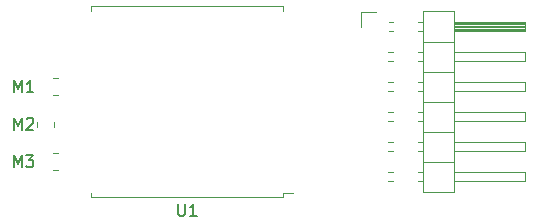
<source format=gbr>
%TF.GenerationSoftware,KiCad,Pcbnew,7.0.10*%
%TF.CreationDate,2024-01-17T19:33:20+01:00*%
%TF.ProjectId,RFM9xW_868,52464d39-7857-45f3-9836-382e6b696361,rev?*%
%TF.SameCoordinates,Original*%
%TF.FileFunction,Legend,Top*%
%TF.FilePolarity,Positive*%
%FSLAX46Y46*%
G04 Gerber Fmt 4.6, Leading zero omitted, Abs format (unit mm)*
G04 Created by KiCad (PCBNEW 7.0.10) date 2024-01-17 19:33:20*
%MOMM*%
%LPD*%
G01*
G04 APERTURE LIST*
%ADD10C,0.150000*%
%ADD11C,0.120000*%
G04 APERTURE END LIST*
D10*
X119205476Y-55064819D02*
X119205476Y-54064819D01*
X119205476Y-54064819D02*
X119538809Y-54779104D01*
X119538809Y-54779104D02*
X119872142Y-54064819D01*
X119872142Y-54064819D02*
X119872142Y-55064819D01*
X120253095Y-54064819D02*
X120872142Y-54064819D01*
X120872142Y-54064819D02*
X120538809Y-54445771D01*
X120538809Y-54445771D02*
X120681666Y-54445771D01*
X120681666Y-54445771D02*
X120776904Y-54493390D01*
X120776904Y-54493390D02*
X120824523Y-54541009D01*
X120824523Y-54541009D02*
X120872142Y-54636247D01*
X120872142Y-54636247D02*
X120872142Y-54874342D01*
X120872142Y-54874342D02*
X120824523Y-54969580D01*
X120824523Y-54969580D02*
X120776904Y-55017200D01*
X120776904Y-55017200D02*
X120681666Y-55064819D01*
X120681666Y-55064819D02*
X120395952Y-55064819D01*
X120395952Y-55064819D02*
X120300714Y-55017200D01*
X120300714Y-55017200D02*
X120253095Y-54969580D01*
X133128095Y-58184819D02*
X133128095Y-58994342D01*
X133128095Y-58994342D02*
X133175714Y-59089580D01*
X133175714Y-59089580D02*
X133223333Y-59137200D01*
X133223333Y-59137200D02*
X133318571Y-59184819D01*
X133318571Y-59184819D02*
X133509047Y-59184819D01*
X133509047Y-59184819D02*
X133604285Y-59137200D01*
X133604285Y-59137200D02*
X133651904Y-59089580D01*
X133651904Y-59089580D02*
X133699523Y-58994342D01*
X133699523Y-58994342D02*
X133699523Y-58184819D01*
X134699523Y-59184819D02*
X134128095Y-59184819D01*
X134413809Y-59184819D02*
X134413809Y-58184819D01*
X134413809Y-58184819D02*
X134318571Y-58327676D01*
X134318571Y-58327676D02*
X134223333Y-58422914D01*
X134223333Y-58422914D02*
X134128095Y-58470533D01*
X119205476Y-48714819D02*
X119205476Y-47714819D01*
X119205476Y-47714819D02*
X119538809Y-48429104D01*
X119538809Y-48429104D02*
X119872142Y-47714819D01*
X119872142Y-47714819D02*
X119872142Y-48714819D01*
X120872142Y-48714819D02*
X120300714Y-48714819D01*
X120586428Y-48714819D02*
X120586428Y-47714819D01*
X120586428Y-47714819D02*
X120491190Y-47857676D01*
X120491190Y-47857676D02*
X120395952Y-47952914D01*
X120395952Y-47952914D02*
X120300714Y-48000533D01*
X119205476Y-51889819D02*
X119205476Y-50889819D01*
X119205476Y-50889819D02*
X119538809Y-51604104D01*
X119538809Y-51604104D02*
X119872142Y-50889819D01*
X119872142Y-50889819D02*
X119872142Y-51889819D01*
X120300714Y-50985057D02*
X120348333Y-50937438D01*
X120348333Y-50937438D02*
X120443571Y-50889819D01*
X120443571Y-50889819D02*
X120681666Y-50889819D01*
X120681666Y-50889819D02*
X120776904Y-50937438D01*
X120776904Y-50937438D02*
X120824523Y-50985057D01*
X120824523Y-50985057D02*
X120872142Y-51080295D01*
X120872142Y-51080295D02*
X120872142Y-51175533D01*
X120872142Y-51175533D02*
X120824523Y-51318390D01*
X120824523Y-51318390D02*
X120253095Y-51889819D01*
X120253095Y-51889819D02*
X120872142Y-51889819D01*
D11*
%TO.C,J1*%
X148590000Y-41910000D02*
X149860000Y-41910000D01*
X148590000Y-43180000D02*
X148590000Y-41910000D01*
X150902929Y-45340000D02*
X151357071Y-45340000D01*
X150902929Y-46100000D02*
X151357071Y-46100000D01*
X150902929Y-47880000D02*
X151357071Y-47880000D01*
X150902929Y-48640000D02*
X151357071Y-48640000D01*
X150902929Y-50420000D02*
X151357071Y-50420000D01*
X150902929Y-51180000D02*
X151357071Y-51180000D01*
X150902929Y-52960000D02*
X151357071Y-52960000D01*
X150902929Y-53720000D02*
X151357071Y-53720000D01*
X150902929Y-55500000D02*
X151357071Y-55500000D01*
X150902929Y-56260000D02*
X151357071Y-56260000D01*
X150970000Y-42800000D02*
X151357071Y-42800000D01*
X150970000Y-43560000D02*
X151357071Y-43560000D01*
X153442929Y-42800000D02*
X153840000Y-42800000D01*
X153442929Y-43560000D02*
X153840000Y-43560000D01*
X153442929Y-45340000D02*
X153840000Y-45340000D01*
X153442929Y-46100000D02*
X153840000Y-46100000D01*
X153442929Y-47880000D02*
X153840000Y-47880000D01*
X153442929Y-48640000D02*
X153840000Y-48640000D01*
X153442929Y-50420000D02*
X153840000Y-50420000D01*
X153442929Y-51180000D02*
X153840000Y-51180000D01*
X153442929Y-52960000D02*
X153840000Y-52960000D01*
X153442929Y-53720000D02*
X153840000Y-53720000D01*
X153442929Y-55500000D02*
X153840000Y-55500000D01*
X153442929Y-56260000D02*
X153840000Y-56260000D01*
X153840000Y-41850000D02*
X153840000Y-57210000D01*
X153840000Y-44450000D02*
X156500000Y-44450000D01*
X153840000Y-46990000D02*
X156500000Y-46990000D01*
X153840000Y-49530000D02*
X156500000Y-49530000D01*
X153840000Y-52070000D02*
X156500000Y-52070000D01*
X153840000Y-54610000D02*
X156500000Y-54610000D01*
X153840000Y-57210000D02*
X156500000Y-57210000D01*
X156500000Y-41850000D02*
X153840000Y-41850000D01*
X156500000Y-42800000D02*
X162500000Y-42800000D01*
X156500000Y-42860000D02*
X162500000Y-42860000D01*
X156500000Y-42980000D02*
X162500000Y-42980000D01*
X156500000Y-43100000D02*
X162500000Y-43100000D01*
X156500000Y-43220000D02*
X162500000Y-43220000D01*
X156500000Y-43340000D02*
X162500000Y-43340000D01*
X156500000Y-43460000D02*
X162500000Y-43460000D01*
X156500000Y-45340000D02*
X162500000Y-45340000D01*
X156500000Y-47880000D02*
X162500000Y-47880000D01*
X156500000Y-50420000D02*
X162500000Y-50420000D01*
X156500000Y-52960000D02*
X162500000Y-52960000D01*
X156500000Y-55500000D02*
X162500000Y-55500000D01*
X156500000Y-57210000D02*
X156500000Y-41850000D01*
X162500000Y-42800000D02*
X162500000Y-43560000D01*
X162500000Y-43560000D02*
X156500000Y-43560000D01*
X162500000Y-45340000D02*
X162500000Y-46100000D01*
X162500000Y-46100000D02*
X156500000Y-46100000D01*
X162500000Y-47880000D02*
X162500000Y-48640000D01*
X162500000Y-48640000D02*
X156500000Y-48640000D01*
X162500000Y-50420000D02*
X162500000Y-51180000D01*
X162500000Y-51180000D02*
X156500000Y-51180000D01*
X162500000Y-52960000D02*
X162500000Y-53720000D01*
X162500000Y-53720000D02*
X156500000Y-53720000D01*
X162500000Y-55500000D02*
X162500000Y-56260000D01*
X162500000Y-56260000D02*
X156500000Y-56260000D01*
%TO.C,M3*%
X122517936Y-53875000D02*
X122972064Y-53875000D01*
X122517936Y-55345000D02*
X122972064Y-55345000D01*
%TO.C,U1*%
X141990000Y-57630000D02*
X141990000Y-57280000D01*
X141990000Y-57630000D02*
X125790000Y-57630000D01*
X141990000Y-57280000D02*
X142890000Y-57280000D01*
X141990000Y-41830000D02*
X141990000Y-41430000D01*
X141990000Y-41430000D02*
X125790000Y-41430000D01*
X125790000Y-57630000D02*
X125790000Y-57230000D01*
X125790000Y-41430000D02*
X125790000Y-41830000D01*
%TO.C,M1*%
X122517936Y-47525000D02*
X122972064Y-47525000D01*
X122517936Y-48995000D02*
X122972064Y-48995000D01*
%TO.C,M2*%
X122655000Y-51207936D02*
X122655000Y-51662064D01*
X121185000Y-51207936D02*
X121185000Y-51662064D01*
%TD*%
M02*

</source>
